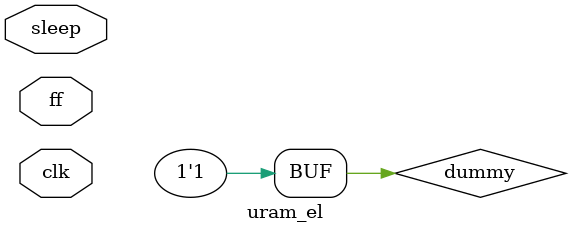
<source format=sv>

`default_nettype none

module uram_col #(
    parameter         C_FAMILY              = "no_family",
    parameter integer C_THROTTLE_MODE       = 1, // 1: clock throttling with BUFG, 0: throttle clock enable of sites FF input oscillator
    parameter integer N_URAM                = 0, // N_URAM max = 16
    parameter integer DISABLE_SIM_ASSERT    = 0
) (
    input wire clk, // throttle if C_THROTTLE_MODE = 1
    input wire reset,
    input wire enable, // SW
    input wire tog_en // throttle if C_THROTTLE_MODE = 0
);

    generate
        if (N_URAM > 0) begin

            (*dont_touch ="true"*) logic sleep = 1'b1;
            always_ff @(posedge clk) begin
                if (reset) begin
                    sleep <= 1'b1;
                end else begin
                    sleep <= ~enable;
                end
            end

            (*dont_touch ="true"*) logic ff = 1'b0;
            always_ff @(posedge clk) begin
                if ((C_THROTTLE_MODE == 0) && (tog_en & enable)
                 || (C_THROTTLE_MODE == 1) && (enable)) begin
                    ff <= ~ff;
                end
            end

            for (genvar kk = 0; kk < N_URAM; kk++) begin : genblk_uram
                uram_el #(
                .C_FAMILY               ( C_FAMILY              ),
                    .DISABLE_SIM_ASSERT ( DISABLE_SIM_ASSERT    )
                ) u_uram_el (
                    .clk    ( clk   ),
                    .ff     ( ff    ),
                    .sleep  ( sleep )
                );
            end : genblk_uram

        end
    endgenerate

endmodule : uram_col

//-----------------------------------------------------------

module uram_el  #(
    parameter         C_FAMILY           = "no_family",
    parameter integer DISABLE_SIM_ASSERT = 0
) (
    input  wire clk,
    input  wire ff,
    input  wire sleep
 );

    // Use this to suppress warning in simulation, don't care in RTL
    wire  dummy;

    generate
        if (DISABLE_SIM_ASSERT == 1) begin
            wire  dummy_comb = (~sleep);
            logic dummy_seq, dummy_seq_d;
            always_ff @(posedge clk) begin
                dummy_seq <= dummy_comb;
                dummy_seq_d <= dummy_seq;
            end
            assign  dummy =  dummy_comb & dummy_seq & dummy_seq_d; // Apply for some cycles
        end else begin
            assign  dummy =  1'b1;
        end
    endgenerate

    generate
        if (C_FAMILY == "versal") begin

           // URAM288E5: 288K-bit High-Density Memory Building Block
           //            Versal AI Core series
           // Xilinx HDL Language Template, version 2023.1

            (*dont_touch = "true"*) URAM288E5 #(
              .AUTO_SLEEP_LATENCY       ( 8                     ), // Latency requirement to enter sleep mode
              .AVG_CONS_INACTIVE_CYCLES ( 10                    ), // Average concecutive inactive cycles when is SLEEP mode for power estimation
              .BWE_MODE_A               ( "PARITY_INDEPENDENT"  ), // Port A Byte write control
              .BWE_MODE_B               ( "PARITY_INDEPENDENT"  ), // Port B Byte write control
              .CASCADE_ORDER_CTRL_A     ( "NONE"                ), // Port A Position of URAM in cascade
              .CASCADE_ORDER_CTRL_B     ( "NONE"                ), // Port B Position of URAM in cascade
              .CASCADE_ORDER_DATA_A     ( "NONE"                ), // Port A position of URAM in cascade for data
              .CASCADE_ORDER_DATA_B     ( "NONE"                ), // Port B position of URAM in cascade for data
              .EN_AUTO_SLEEP_MODE       ( "FALSE"               ), // Enable to automatically enter sleep mode
              .EN_ECC_RD_A              ( "FALSE"               ), // Port A ECC encoder
              .EN_ECC_RD_B              ( "FALSE"               ), // Port B ECC encoder
              .EN_ECC_WR_A              ( "FALSE"               ), // Port A ECC decoder
              .EN_ECC_WR_B              ( "FALSE"               ), // Port B ECC decoder
              .IREG_PRE_A               ( "FALSE"               ), // Optional Port A input pipeline registers
              .IREG_PRE_B               ( "FALSE"               ), // Optional Port B input pipeline registers
              .IS_CLK_INVERTED          ( 1'b0                  ), // Optional inverter for CLK
              .IS_EN_A_INVERTED         ( 1'b0                  ), // Optional inverter for Port A enable
              .IS_EN_B_INVERTED         ( 1'b0                  ), // Optional inverter for Port B enable
              .IS_RDB_WR_A_INVERTED     ( 1'b0                  ), // Optional inverter for Port A read/write select
              .IS_RDB_WR_B_INVERTED     ( 1'b0                  ), // Optional inverter for Port B read/write select
              .IS_RST_A_INVERTED        ( 1'b0                  ), // Optional inverter for Port A reset
              .IS_RST_B_INVERTED        ( 1'b0                  ), // Optional inverter for Port B reset
              .OREG_A                   ( "FALSE"               ), // Optional Port A output pipeline registers
              .OREG_B                   ( "FALSE"               ), // Optional Port B output pipeline registers
              .OREG_ECC_A               ( "FALSE"               ), // Port A ECC decoder output
              .OREG_ECC_B               ( "FALSE"               ), // Port B output ECC decoder
              .PR_SAVE_DATA             ( "FALSE"               ), // Skip initialization after partial reconfiguration
              .READ_WIDTH_A             ( 72                    ), // Port A Read width
              .READ_WIDTH_B             ( 72                    ), // Port B Read width
              .REG_CAS_A                ( "FALSE"               ), // Optional Port A cascade register
              .REG_CAS_B                ( "FALSE"               ), // Optional Port B cascade register
              .RST_MODE_A               ( "SYNC"                ), // Port A reset mode
              .RST_MODE_B               ( "SYNC"                ), // Port B reset mode
              .SELF_ADDR_A              ( 11'h000               ), // Port A self-address value
              .SELF_ADDR_B              ( 11'h000               ), // Port B self-address value
              .SELF_MASK_A              ( 11'h000               ), // Port A self-address mask
              .SELF_MASK_B              ( 11'h000               ), // Port B self-address mask
              .USE_EXT_CE_A             ( "FALSE"               ), // Enable Port A external CE inputs for output registers
              .USE_EXT_CE_B             ( "FALSE"               ), // Enable Port B external CE inputs for output registers
              .WRITE_WIDTH_A            ( 72                    ), // Port A Write width
              .WRITE_WIDTH_B            ( 72                    )  // Port B Write width
           ) uram_inst (
              .CAS_OUT_ADDR_A       (                       ), // 26-bit output: Port A cascade output address
              .CAS_OUT_ADDR_B       (                       ), // 26-bit output: Port B cascade output address
              .CAS_OUT_BWE_A        (                       ), // 9-bit output: Port A cascade Byte-write enable output
              .CAS_OUT_BWE_B        (                       ), // 9-bit output: Port B cascade Byte-write enable output
              .CAS_OUT_DBITERR_A    (                       ), // 1-bit output: Port A cascade double-bit error flag output
              .CAS_OUT_DBITERR_B    (                       ), // 1-bit output: Port B cascade double-bit error flag output
              .CAS_OUT_DIN_A        (                       ), // 72-bit output: Port A cascade output write mode data
              .CAS_OUT_DIN_B        (                       ), // 72-bit output: Port B cascade output write mode data
              .CAS_OUT_DOUT_A       (                       ), // 72-bit output: Port A cascade output read mode data
              .CAS_OUT_DOUT_B       (                       ), // 72-bit output: Port B cascade output read mode data
              .CAS_OUT_EN_A         (                       ), // 1-bit output: Port A cascade output enable
              .CAS_OUT_EN_B         (                       ), // 1-bit output: Port B cascade output enable
              .CAS_OUT_RDACCESS_A   (                       ), // 1-bit output: Port A cascade read status output
              .CAS_OUT_RDACCESS_B   (                       ), // 1-bit output: Port B cascade read status output
              .CAS_OUT_RDB_WR_A     (                       ), // 1-bit output: Port A cascade read/write select output
              .CAS_OUT_RDB_WR_B     (                       ), // 1-bit output: Port B cascade read/write select output
              .CAS_OUT_SBITERR_A    (                       ), // 1-bit output: Port A cascade single-bit error flag output
              .CAS_OUT_SBITERR_B    (                       ), // 1-bit output: Port B cascade single-bit error flag output
              .DBITERR_A            (                       ), // 1-bit output: Port A double-bit error flag status
              .DBITERR_B            (                       ), // 1-bit output: Port B double-bit error flag status
              .DOUT_A               (                       ), // 72-bit output: Port A read data output
              .DOUT_B               (                       ), // 72-bit output: Port B read data output
              .RDACCESS_A           (                       ), // 1-bit output: Port A read status
              .RDACCESS_B           (                       ), // 1-bit output: Port B read status
              .SBITERR_A            (                       ), // 1-bit output: Port A single-bit error flag status
              .SBITERR_B            (                       ), // 1-bit output: Port B single-bit error flag status
              .ADDR_A               ( {{23{ff}}, 3'b111}    ), // 26-bit input: Port A address
              .ADDR_B               ( {{23{ff}}, 3'b111}    ), // 26-bit input: Port B address
              .BWE_A                ( {9{dummy}}            ), // 9-bit input: Port A Byte-write enable
              .BWE_B                ( 9'b0                  ), // 9-bit input: Port B Byte-write enable
              .CAS_IN_ADDR_A        ( 26'b0                 ), // 26-bit input: Port A cascade input address
              .CAS_IN_ADDR_B        ( 26'b0                 ), // 26-bit input: Port B cascade input address
              .CAS_IN_BWE_A         ( 9'b0                  ), // 9-bit input: Port A cascade Byte-write enable input
              .CAS_IN_BWE_B         ( 9'b0                  ), // 9-bit input: Port B cascade Byte-write enable input
              .CAS_IN_DBITERR_A     ( 1'b0                  ), // 1-bit input: Port A cascade double-bit error flag input
              .CAS_IN_DBITERR_B     ( 1'b0                  ), // 1-bit input: Port B cascade double-bit error flag input
              .CAS_IN_DIN_A         ( 72'b0                 ), // 72-bit input: Port A cascade input write mode data
              .CAS_IN_DIN_B         ( 72'b0                 ), // 72-bit input: Port B cascade input write mode data
              .CAS_IN_DOUT_A        ( 72'b0                 ), // 72-bit input: Port A cascade input read mode data
              .CAS_IN_DOUT_B        ( 72'b0                 ), // 72-bit input: Port B cascade input read mode data
              .CAS_IN_EN_A          ( 1'b0                  ), // 1-bit input: Port A cascade enable input
              .CAS_IN_EN_B          ( 1'b0                  ), // 1-bit input: Port B cascade enable input
              .CAS_IN_RDACCESS_A    ( 1'b0                  ), // 1-bit input: Port A cascade read status input
              .CAS_IN_RDACCESS_B    ( 1'b0                  ), // 1-bit input: Port B cascade read status input
              .CAS_IN_RDB_WR_A      ( 1'b0                  ), // 1-bit input: Port A cascade read/write select input
              .CAS_IN_RDB_WR_B      ( 1'b0                  ), // 1-bit input: Port B cascade read/write select input
              .CAS_IN_SBITERR_A     ( 1'b0                  ), // 1-bit input: Port A cascade single-bit error flag input
              .CAS_IN_SBITERR_B     ( 1'b0                  ), // 1-bit input: Port B cascade single-bit error flag input
              .CLK                  ( clk                   ), // 1-bit input: Clock source
              .DIN_A                ( {72{ff}}              ), // 72-bit input: Port A write data input
              .DIN_B                ( 72'b0                 ), // 72-bit input: Port B write data input
              .EN_A                 ( dummy                 ), // 1-bit input: Port A enable
              .EN_B                 ( dummy                 ), // 1-bit input: Port B enable
              .INJECT_DBITERR_A     ( 1'b0                  ), // 1-bit input: Port A double-bit error injection
              .INJECT_DBITERR_B     ( 1'b0                  ), // 1-bit input: Port B double-bit error injection
              .INJECT_SBITERR_A     ( 1'b0                  ), // 1-bit input: Port A single-bit error injection
              .INJECT_SBITERR_B     ( 1'b0                  ), // 1-bit input: Port B single-bit error injection
              .OREG_CE_A            ( dummy                 ), // 1-bit input: Port A output register clock enable
              .OREG_CE_B            ( dummy                 ), // 1-bit input: Port B output register clock enable
              .OREG_ECC_CE_A        ( dummy                 ), // 1-bit input: Port A ECC decoder output register clock enable
              .OREG_ECC_CE_B        ( dummy                 ), // 1-bit input: Port B ECC decoder output register clock enable
              .RDB_WR_A             ( dummy                 ), // 1-bit input: Port A read/write select
              .RDB_WR_B             ( 1'b0                  ), // 1-bit input: Port B read/write select
              .RST_A                ( 1'b0                  ), // 1-bit input: Port A asynchronous or synchronous reset for output registers
              .RST_B                ( 1'b0                  ), // 1-bit input: Port B asynchronous or synchronous reset for output registers
              .SLEEP                ( sleep                 )  // 1-bit input: Dynamic power gating control
           );

        end else begin

            // URAM288: 288K-bit High-Density Memory Building Block
            //          Virtex UltraScale+
            // Xilinx HDL Language Template, version 2018.2

            (*dont_touch = "true"*) URAM288 #(
                .AUTO_SLEEP_LATENCY         ( 8                     ), // Latency requirement to enter sleep mode
                .AVG_CONS_INACTIVE_CYCLES   ( 10                    ), // Average consecutive inactive cycles when is SLEEP mode for power estimation
                .BWE_MODE_A                 ( "PARITY_INDEPENDENT"  ), // Port A Byte write control
                .BWE_MODE_B                 ( "PARITY_INDEPENDENT"  ), // Port B Byte write control
                .CASCADE_ORDER_A            ( "NONE"                ), // Port A position in cascade chain
                .CASCADE_ORDER_B            ( "NONE"                ), // Port B position in cascade chain
                .EN_AUTO_SLEEP_MODE         ( "FALSE"               ), // Enable to automatically enter sleep mode
                .EN_ECC_RD_A                ( "FALSE"               ), // Port A ECC encoder
                .EN_ECC_RD_B                ( "FALSE"               ), // Port B ECC encoder
                .EN_ECC_WR_A                ( "FALSE"               ), // Port A ECC decoder
                .EN_ECC_WR_B                ( "FALSE"               ), // Port B ECC decoder
                .IREG_PRE_A                 ( "FALSE"               ), // Optional Port A input pipeline registers
                .IREG_PRE_B                 ( "FALSE"               ), // Optional Port B input pipeline registers
                .IS_CLK_INVERTED            ( 1'b0                  ), // Optional inverter for clk
                .IS_EN_A_INVERTED           ( 1'b0                  ), // Optional inverter for Port A enable
                .IS_EN_B_INVERTED           ( 1'b0                  ), // Optional inverter for Port B enable
                .IS_RDB_WR_A_INVERTED       ( 1'b0                  ), // Optional inverter for Port A read/write select
                .IS_RDB_WR_B_INVERTED       ( 1'b0                  ), // Optional inverter for Port B read/write select
                .IS_RST_A_INVERTED          ( 1'b0                  ), // Optional inverter for Port A reset
                .IS_RST_B_INVERTED          ( 1'b0                  ), // Optional inverter for Port B reset
                .OREG_A                     ( "FALSE"               ), // Optional Port A output pipeline registers
                .OREG_B                     ( "FALSE"               ), // Optional Port B output pipeline registers
                .OREG_ECC_A                 ( "FALSE"               ), // Port A ECC decoder output
                .OREG_ECC_B                 ( "FALSE"               ), // Port B output ECC decoder
                .REG_CAS_A                  ( "FALSE"               ), // Optional Port A cascade register
                .REG_CAS_B                  ( "FALSE"               ), // Optional Port B cascade register
                .RST_MODE_A                 ( "SYNC"                ), // Port A reset mode
                .RST_MODE_B                 ( "SYNC"                ), // Port B reset mode
                .SELF_ADDR_A                ( 11'h000               ), // Port A self-address value
                .SELF_ADDR_B                ( 11'h000               ), // Port B self-address value
                .SELF_MASK_A                ( 11'h000               ), // Port A self-address mask
                .SELF_MASK_B                ( 11'h000               ), // Port B self-address mask
                .USE_EXT_CE_A               ( "FALSE"               ), // Enable Port A external CE inputs for output registers
                .USE_EXT_CE_B               ( "FALSE"               )  // Enable Port B external CE inputs for output registers
            ) uram_inst (
                .CAS_OUT_ADDR_A     (               ), // 23-bit/26-bit output: Port A cascade output address
                .CAS_OUT_ADDR_B     (               ), // 23-bit/26-bit output: Port B cascade output address
                .CAS_OUT_BWE_A      (               ), // 9-bit  output: Port A cascade Byte-write enable output
                .CAS_OUT_BWE_B      (               ), // 9-bit  output: Port B cascade Byte-write enable output
                .CAS_OUT_DBITERR_A  (               ), // 1-bit  output: Port A cascade double-bit error flag output
                .CAS_OUT_DBITERR_B  (               ), // 1-bit  output: Port B cascade double-bit error flag output
                .CAS_OUT_DIN_A      (               ), // 72-bit output: Port A cascade output write mode data
                .CAS_OUT_DIN_B      (               ), // 72-bit output: Port B cascade output write mode data
                .CAS_OUT_DOUT_A     (               ), // 72-bit output: Port A cascade output read mode data
                .CAS_OUT_DOUT_B     (               ), // 72-bit output: Port B cascade output read mode data
                .CAS_OUT_EN_A       (               ), // 1-bit  output: Port A cascade output enable
                .CAS_OUT_EN_B       (               ), // 1-bit  output: Port B cascade output enable
                .CAS_OUT_RDACCESS_A (               ), // 1-bit  output: Port A cascade read status output
                .CAS_OUT_RDACCESS_B (               ), // 1-bit  output: Port B cascade read status output
                .CAS_OUT_RDB_WR_A   (               ), // 1-bit  output: Port A cascade read/write select output
                .CAS_OUT_RDB_WR_B   (               ), // 1-bit  output: Port B cascade read/write select output
                .CAS_OUT_SBITERR_A  (               ), // 1-bit  output: Port A cascade single-bit error flag output
                .CAS_OUT_SBITERR_B  (               ), // 1-bit  output: Port B cascade single-bit error flag output
                .DBITERR_A          (               ), // 1-bit  output: Port A double-bit error flag status
                .DBITERR_B          (               ), // 1-bit  output: Port B double-bit error flag status
                .DOUT_A             (               ), // 72-bit output: Port A read data output
                .DOUT_B             (               ), // 72-bit output: Port B read data output
                .RDACCESS_A         (               ), // 1-bit  output: Port A read status
                .RDACCESS_B         (               ), // 1-bit  output: Port B read status
                .SBITERR_A          (               ), // 1-bit  output: Port A single-bit error flag status
                .SBITERR_B          (               ), // 1-bit  output: Port B single-bit error flag status
                .ADDR_A             ( {23{ff}}      ), // 23-bit input: Port A address
                .ADDR_B             ( {23{ff}}      ), // 23-bit input: Port B address
                .BWE_A              ( {9{dummy}}    ), // 9-bit  input: Port A Byte-write enable
                .BWE_B              ( 9'b0          ), // 9-bit  input: Port B Byte-write enable
                .CAS_IN_ADDR_A      ( 23'b0         ), // 23-bit input: Port A cascade input address
                .CAS_IN_ADDR_B      ( 23'b0         ), // 23-bit input: Port B cascade input address
                .CAS_IN_BWE_A       ( 9'b0          ), // 9-bit  input: Port A cascade Byte-write enable input
                .CAS_IN_BWE_B       ( 9'b0          ), // 9-bit  input: Port B cascade Byte-write enable input
                .CAS_IN_DBITERR_A   ( 1'b0          ), // 1-bit  input: Port A cascade double-bit error flag input
                .CAS_IN_DBITERR_B   ( 1'b0          ), // 1-bit  input: Port B cascade double-bit error flag input
                .CAS_IN_DIN_A       ( 72'b0         ), // 72-bit input: Port A cascade input write mode data
                .CAS_IN_DIN_B       ( 72'b0         ), // 72-bit input: Port B cascade input write mode data
                .CAS_IN_DOUT_A      ( 72'b0         ), // 72-bit input: Port A cascade input read mode data
                .CAS_IN_DOUT_B      ( 72'b0         ), // 72-bit input: Port B cascade input read mode data
                .CAS_IN_EN_A        ( 1'b0          ), // 1-bit  input: Port A cascade enable input
                .CAS_IN_EN_B        ( 1'b0          ), // 1-bit  input: Port B cascade enable input
                .CAS_IN_RDACCESS_A  ( 1'b0          ), // 1-bit  input: Port A cascade read status input
                .CAS_IN_RDACCESS_B  ( 1'b0          ), // 1-bit  input: Port B cascade read status input
                .CAS_IN_RDB_WR_A    ( 1'b0          ), // 1-bit  input: Port A cascade read/write select input
                .CAS_IN_RDB_WR_B    ( 1'b0          ), // 1-bit  input: Port B cascade read/write select input
                .CAS_IN_SBITERR_A   ( 1'b0          ), // 1-bit  input: Port A cascade single-bit error flag input
                .CAS_IN_SBITERR_B   ( 1'b0          ), // 1-bit  input: Port B cascade single-bit error flag input
                .CLK                ( clk           ), // 1-bit  input: Clock source
                .DIN_A              ( {72{ff}}      ), // 72-bit input: Port A write data input
                .DIN_B              ( 72'b0         ), // 72-bit input: Port B write data input
                .EN_A               ( dummy         ), // 1-bit  input: Port A enable
                .EN_B               ( dummy         ), // 1-bit  input: Port B enable
                .INJECT_DBITERR_A   ( 1'b0          ), // 1-bit  input: Port A double-bit error injection
                .INJECT_DBITERR_B   ( 1'b0          ), // 1-bit  input: Port B double-bit error injection
                .INJECT_SBITERR_A   ( 1'b0          ), // 1-bit  input: Port A single-bit error injection
                .INJECT_SBITERR_B   ( 1'b0          ), // 1-bit  input: Port B single-bit error injection
                .OREG_CE_A          ( dummy         ), // 1-bit  input: Port A output register clock enable
                .OREG_CE_B          ( dummy         ), // 1-bit  input: Port B output register clock enable
                .OREG_ECC_CE_A      ( dummy         ), // 1-bit  input: Port A ECC decoder output register clock enable
                .OREG_ECC_CE_B      ( dummy         ), // 1-bit  input: Port B ECC decoder output register clock enable
                .RDB_WR_A           ( dummy         ), // 1-bit  input: Port A read/write select
                .RDB_WR_B           ( 1'b0          ), // 1-bit  input: Port B read/write select
                .RST_A              ( 1'b0          ), // 1-bit  input: Port A asynchronous or synchronous reset for  output registers
                .RST_B              ( 1'b0          ), // 1-bit  input: Port B asynchronous or synchronous reset for output registers
                .SLEEP              ( sleep         )  // 1-bit  input: Dynamic power gating control
            );

        end
    endgenerate

endmodule : uram_el
`default_nettype wire

</source>
